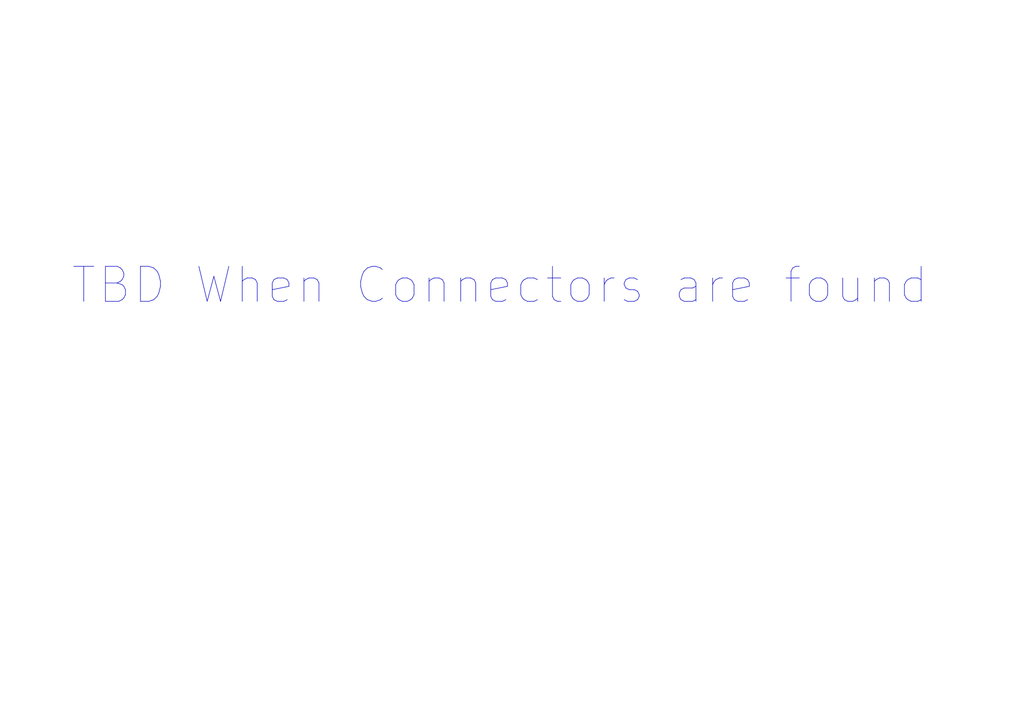
<source format=kicad_sch>
(kicad_sch (version 20211123) (generator eeschema)
  (paper "A4")
  (lib_symbols)
  (text "TBD When Connectors are found" (at 20.32 88.9 0) (effects (font (size 10.16 10.16)) (justify left bottom)))
)
</source>
